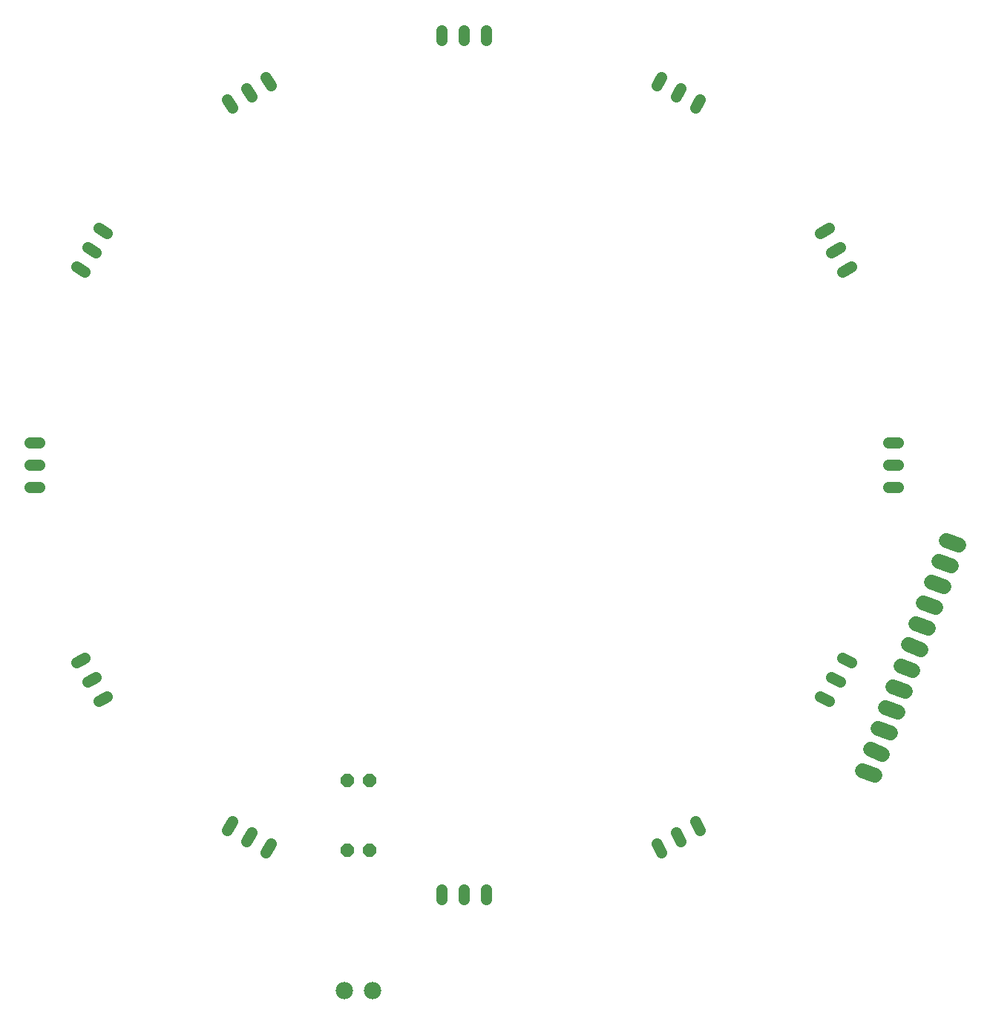
<source format=gbr>
G04 EAGLE Gerber RS-274X export*
G75*
%MOMM*%
%FSLAX34Y34*%
%LPD*%
%INSoldermask Top*%
%IPPOS*%
%AMOC8*
5,1,8,0,0,1.08239X$1,22.5*%
G01*
%ADD10P,1.649562X8X22.500000*%
%ADD11C,1.727200*%
%ADD12C,1.311200*%
%ADD13C,1.981200*%


D10*
X-132700Y-440000D03*
X-107300Y-440000D03*
X-132700Y-360000D03*
X-107300Y-360000D03*
D11*
X550620Y-86119D02*
X564941Y-91331D01*
X556253Y-115199D02*
X541932Y-109987D01*
X533245Y-133855D02*
X547566Y-139068D01*
X538879Y-162936D02*
X524558Y-157723D01*
X515871Y-181592D02*
X530191Y-186804D01*
X521504Y-210672D02*
X507183Y-205460D01*
X498496Y-229328D02*
X512817Y-234540D01*
X504129Y-258408D02*
X489809Y-253196D01*
X481121Y-277064D02*
X495442Y-282277D01*
X486755Y-306145D02*
X472434Y-300932D01*
X463747Y-324801D02*
X478068Y-330013D01*
X469380Y-353881D02*
X455059Y-348669D01*
D12*
X484460Y25400D02*
X495540Y25400D01*
X495540Y0D02*
X484460Y0D01*
X484460Y-25400D02*
X495540Y-25400D01*
X406854Y264227D02*
X416450Y269767D01*
X429150Y247770D02*
X419554Y242230D01*
X432254Y220233D02*
X441850Y225773D01*
X220233Y432254D02*
X225773Y441850D01*
X247770Y429150D02*
X242230Y419554D01*
X264227Y406854D02*
X269767Y416450D01*
X-25400Y484460D02*
X-25400Y495540D01*
X0Y495540D02*
X0Y484460D01*
X25400Y484460D02*
X25400Y495540D01*
X-264227Y406854D02*
X-269767Y416450D01*
X-247770Y429150D02*
X-242230Y419554D01*
X-220233Y432254D02*
X-225773Y441850D01*
X-432254Y220233D02*
X-441850Y225773D01*
X-429150Y247770D02*
X-419554Y242230D01*
X-406854Y264227D02*
X-416450Y269767D01*
X-484460Y-25400D02*
X-495540Y-25400D01*
X-495540Y0D02*
X-484460Y0D01*
X-484460Y25400D02*
X-495540Y25400D01*
X-406854Y-264227D02*
X-416450Y-269767D01*
X-429150Y-247770D02*
X-419554Y-242230D01*
X-432254Y-220233D02*
X-441850Y-225773D01*
X-220233Y-432254D02*
X-225773Y-441850D01*
X-247770Y-429150D02*
X-242230Y-419554D01*
X-264227Y-406854D02*
X-269767Y-416450D01*
X25400Y-484460D02*
X25400Y-495540D01*
X0Y-495540D02*
X0Y-484460D01*
X-25400Y-484460D02*
X-25400Y-495540D01*
X264227Y-406854D02*
X269767Y-416450D01*
X247770Y-429150D02*
X242230Y-419554D01*
X220233Y-432254D02*
X225773Y-441850D01*
X432254Y-220233D02*
X441850Y-225773D01*
X429150Y-247770D02*
X419554Y-242230D01*
X406854Y-264227D02*
X416450Y-269767D01*
D13*
X-104000Y-600000D03*
X-136000Y-600000D03*
M02*

</source>
